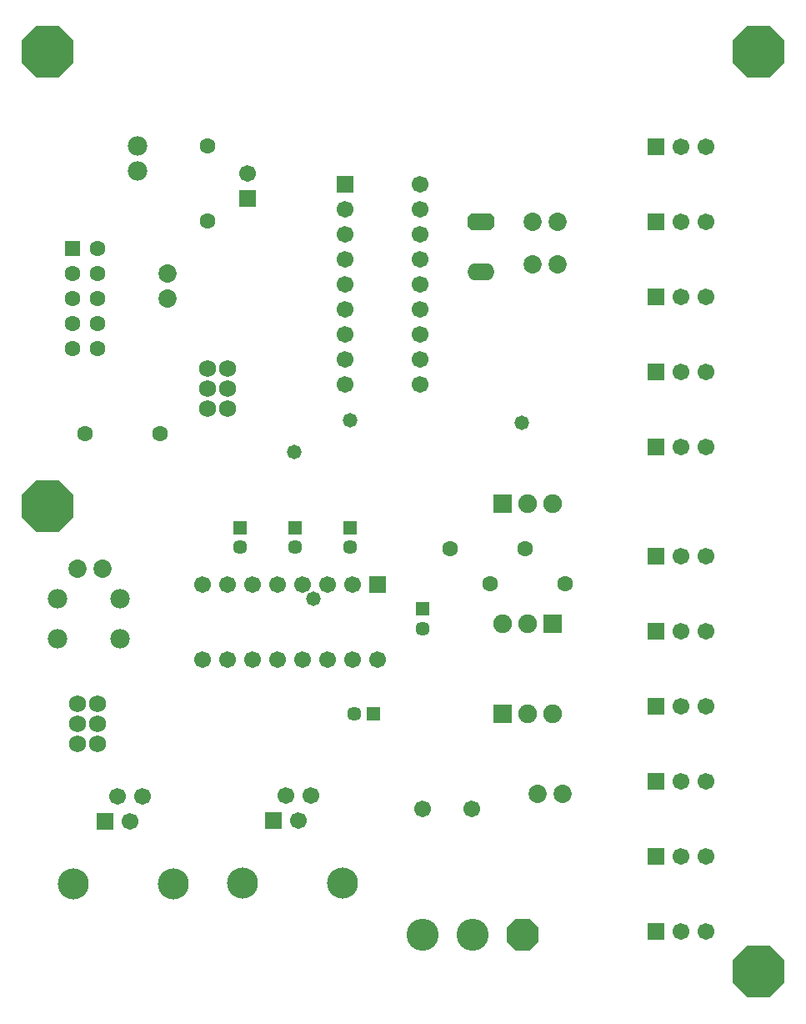
<source format=gbs>
%FSLAX23Y23*%
%MOIN*%
G70*
G01*
G75*
G04 Layer_Color=16711935*
%ADD10C,0.020*%
%ADD11C,0.047*%
%ADD12C,0.010*%
%ADD13R,0.067X0.067*%
%ADD14C,0.067*%
%ADD15C,0.055*%
%ADD16C,0.059*%
%ADD17P,0.216X8X22.5*%
%ADD18C,0.070*%
%ADD19C,0.055*%
%ADD20R,0.055X0.055*%
G04:AMPARAMS|DCode=21|XSize=100mil|YSize=60mil|CornerRadius=0mil|HoleSize=0mil|Usage=FLASHONLY|Rotation=0.000|XOffset=0mil|YOffset=0mil|HoleType=Round|Shape=Octagon|*
%AMOCTAGOND21*
4,1,8,0.050,-0.015,0.050,0.015,0.035,0.030,-0.035,0.030,-0.050,0.015,-0.050,-0.015,-0.035,-0.030,0.035,-0.030,0.050,-0.015,0.0*
%
%ADD21OCTAGOND21*%

%ADD22O,0.100X0.060*%
%ADD23C,0.065*%
%ADD24R,0.049X0.049*%
%ADD25C,0.049*%
%ADD26R,0.049X0.049*%
%ADD27R,0.059X0.059*%
%ADD28C,0.116*%
%ADD29C,0.059*%
%ADD30C,0.060*%
%ADD31R,0.059X0.059*%
%ADD32R,0.059X0.059*%
%ADD33P,0.130X8X202.5*%
%ADD34C,0.120*%
%ADD35C,0.050*%
%ADD36R,0.075X0.040*%
%ADD37R,0.070X0.040*%
%ADD38C,0.010*%
%ADD39C,0.002*%
%ADD40C,0.006*%
%ADD41C,0.008*%
%ADD42C,0.024*%
%ADD43C,0.005*%
%ADD44C,0.006*%
%ADD45C,0.008*%
%ADD46R,0.075X0.075*%
%ADD47C,0.075*%
%ADD48C,0.063*%
%ADD49C,0.067*%
%ADD50P,0.225X8X22.5*%
%ADD51C,0.078*%
%ADD52C,0.063*%
%ADD53R,0.063X0.063*%
G04:AMPARAMS|DCode=54|XSize=108mil|YSize=68mil|CornerRadius=0mil|HoleSize=0mil|Usage=FLASHONLY|Rotation=0.000|XOffset=0mil|YOffset=0mil|HoleType=Round|Shape=Octagon|*
%AMOCTAGOND54*
4,1,8,0.054,-0.017,0.054,0.017,0.037,0.034,-0.037,0.034,-0.054,0.017,-0.054,-0.017,-0.037,-0.034,0.037,-0.034,0.054,-0.017,0.0*
%
%ADD54OCTAGOND54*%

%ADD55O,0.108X0.068*%
%ADD56C,0.073*%
%ADD57R,0.057X0.057*%
%ADD58C,0.057*%
%ADD59R,0.057X0.057*%
%ADD60R,0.067X0.067*%
%ADD61C,0.124*%
%ADD62C,0.067*%
%ADD63C,0.068*%
%ADD64R,0.067X0.067*%
%ADD65R,0.067X0.067*%
%ADD66P,0.139X8X202.5*%
%ADD67C,0.128*%
%ADD68C,0.058*%
D46*
X2940Y2180D02*
D03*
X3140Y2540D02*
D03*
X2940Y3020D02*
D03*
D47*
X3040Y2180D02*
D03*
X3140D02*
D03*
X3040Y2540D02*
D03*
X2940D02*
D03*
X3040Y3020D02*
D03*
X3140D02*
D03*
D48*
X3030Y2840D02*
D03*
X2730D02*
D03*
X3190Y2700D02*
D03*
X2890D02*
D03*
X1760Y4150D02*
D03*
Y4450D02*
D03*
X1570Y3300D02*
D03*
X1270D02*
D03*
D49*
X2622Y1800D02*
D03*
X2818D02*
D03*
X2610Y3495D02*
D03*
Y3595D02*
D03*
Y3695D02*
D03*
Y3795D02*
D03*
Y3895D02*
D03*
Y3995D02*
D03*
Y4095D02*
D03*
Y4195D02*
D03*
Y4295D02*
D03*
X2310Y3495D02*
D03*
Y3595D02*
D03*
Y3695D02*
D03*
Y3795D02*
D03*
Y3895D02*
D03*
Y3995D02*
D03*
Y4095D02*
D03*
Y4195D02*
D03*
X1740Y2395D02*
D03*
X1840D02*
D03*
X1940D02*
D03*
X2040D02*
D03*
X2140D02*
D03*
X2240D02*
D03*
X2340D02*
D03*
X2440D02*
D03*
X1740Y2695D02*
D03*
X1840D02*
D03*
X1940D02*
D03*
X2040D02*
D03*
X2140D02*
D03*
X2240D02*
D03*
X2340D02*
D03*
X1920Y4340D02*
D03*
X3755Y4445D02*
D03*
X3655D02*
D03*
X3755Y4145D02*
D03*
X3655D02*
D03*
X3755Y3845D02*
D03*
X3655D02*
D03*
X3755Y3545D02*
D03*
X3655D02*
D03*
X3755Y3245D02*
D03*
X3655D02*
D03*
X3755Y2810D02*
D03*
X3655D02*
D03*
X3755Y2510D02*
D03*
X3655D02*
D03*
X3755Y2210D02*
D03*
X3655D02*
D03*
X3755Y1910D02*
D03*
X3655D02*
D03*
X3755Y1610D02*
D03*
X3655D02*
D03*
X3755Y1310D02*
D03*
X3655D02*
D03*
D50*
X3965Y1150D02*
D03*
X1120Y3010D02*
D03*
Y4825D02*
D03*
X3965D02*
D03*
D51*
X1160Y2640D02*
D03*
X1410D02*
D03*
X1160Y2480D02*
D03*
X1410D02*
D03*
X1480Y4450D02*
D03*
Y4350D02*
D03*
D52*
X1320Y3640D02*
D03*
Y3740D02*
D03*
Y3840D02*
D03*
Y3940D02*
D03*
Y4040D02*
D03*
X1220Y3640D02*
D03*
Y3740D02*
D03*
Y3840D02*
D03*
Y3940D02*
D03*
D53*
Y4040D02*
D03*
D54*
X2855Y4147D02*
D03*
D55*
Y3947D02*
D03*
D56*
X1600Y3940D02*
D03*
Y3840D02*
D03*
X3060Y4145D02*
D03*
X3160D02*
D03*
X3060Y3977D02*
D03*
X3160D02*
D03*
X3180Y1860D02*
D03*
X3080D02*
D03*
X1240Y2760D02*
D03*
X1340D02*
D03*
D57*
X2330Y2924D02*
D03*
X2620Y2599D02*
D03*
X2110Y2924D02*
D03*
X1890D02*
D03*
D58*
X2330Y2846D02*
D03*
X2620Y2521D02*
D03*
X2110Y2846D02*
D03*
X2346Y2180D02*
D03*
X1890Y2846D02*
D03*
D59*
X2424Y2180D02*
D03*
D60*
X1350Y1750D02*
D03*
X2025Y1752D02*
D03*
D61*
X1625Y1500D02*
D03*
X1225D02*
D03*
X2300Y1502D02*
D03*
X1900D02*
D03*
D62*
X1450Y1750D02*
D03*
X1400Y1850D02*
D03*
X1500D02*
D03*
X2125Y1752D02*
D03*
X2075Y1852D02*
D03*
X2175D02*
D03*
D63*
X1240Y2220D02*
D03*
X1320D02*
D03*
X1240Y2060D02*
D03*
X1320D02*
D03*
Y2140D02*
D03*
X1240D02*
D03*
X1760Y3560D02*
D03*
X1840D02*
D03*
X1760Y3400D02*
D03*
X1840D02*
D03*
Y3480D02*
D03*
X1760D02*
D03*
D64*
X2310Y4295D02*
D03*
X3555Y4445D02*
D03*
Y4145D02*
D03*
Y3845D02*
D03*
Y3545D02*
D03*
Y3245D02*
D03*
Y2810D02*
D03*
Y2510D02*
D03*
Y2210D02*
D03*
Y1910D02*
D03*
Y1610D02*
D03*
Y1310D02*
D03*
D65*
X2440Y2695D02*
D03*
X1920Y4240D02*
D03*
D66*
X3020Y1296D02*
D03*
D67*
X2820D02*
D03*
X2621D02*
D03*
D68*
X3017Y3344D02*
D03*
X2332Y3352D02*
D03*
X2108Y3228D02*
D03*
X2185Y2640D02*
D03*
M02*

</source>
